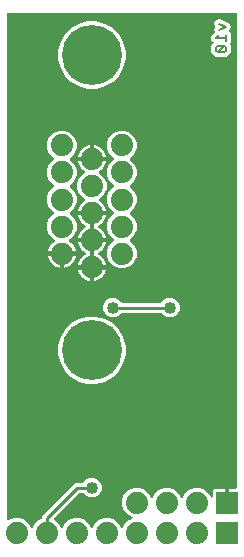
<source format=gbr>
G04 EAGLE Gerber RS-274X export*
G75*
%MOMM*%
%FSLAX34Y34*%
%LPD*%
%INBottom Copper*%
%IPPOS*%
%AMOC8*
5,1,8,0,0,1.08239X$1,22.5*%
G01*
%ADD10C,0.152400*%
%ADD11R,1.879600X1.879600*%
%ADD12C,1.879600*%
%ADD13C,5.080000*%
%ADD14C,0.254000*%
%ADD15C,1.016000*%

G36*
X101715Y16218D02*
X101715Y16218D01*
X101828Y16228D01*
X101855Y16239D01*
X101885Y16243D01*
X101988Y16289D01*
X102093Y16330D01*
X102117Y16348D01*
X102144Y16360D01*
X102230Y16433D01*
X102320Y16502D01*
X102338Y16525D01*
X102360Y16544D01*
X102402Y16611D01*
X102490Y16729D01*
X102512Y16788D01*
X102538Y16829D01*
X103748Y19751D01*
X107249Y23252D01*
X110171Y24462D01*
X110196Y24477D01*
X110224Y24486D01*
X110319Y24549D01*
X110416Y24607D01*
X110436Y24628D01*
X110461Y24644D01*
X110534Y24731D01*
X110611Y24813D01*
X110625Y24839D01*
X110644Y24862D01*
X110690Y24965D01*
X110741Y25066D01*
X110747Y25095D01*
X110759Y25122D01*
X110775Y25234D01*
X110796Y25345D01*
X110794Y25374D01*
X110798Y25403D01*
X110782Y25515D01*
X110772Y25628D01*
X110761Y25655D01*
X110757Y25685D01*
X110711Y25788D01*
X110670Y25893D01*
X110652Y25917D01*
X110640Y25944D01*
X110567Y26030D01*
X110498Y26120D01*
X110475Y26138D01*
X110456Y26160D01*
X110389Y26202D01*
X110271Y26290D01*
X110212Y26312D01*
X110171Y26338D01*
X107249Y27548D01*
X103748Y31049D01*
X101853Y35624D01*
X101853Y40576D01*
X103748Y45151D01*
X107249Y48652D01*
X111824Y50547D01*
X116776Y50547D01*
X121351Y48652D01*
X124852Y45151D01*
X126062Y42229D01*
X126077Y42204D01*
X126086Y42176D01*
X126149Y42081D01*
X126207Y41984D01*
X126228Y41964D01*
X126244Y41939D01*
X126331Y41866D01*
X126413Y41789D01*
X126439Y41775D01*
X126462Y41756D01*
X126565Y41710D01*
X126666Y41659D01*
X126695Y41653D01*
X126722Y41641D01*
X126834Y41625D01*
X126945Y41604D01*
X126974Y41606D01*
X127003Y41602D01*
X127115Y41618D01*
X127228Y41628D01*
X127255Y41639D01*
X127285Y41643D01*
X127388Y41689D01*
X127493Y41730D01*
X127517Y41748D01*
X127544Y41760D01*
X127630Y41833D01*
X127720Y41902D01*
X127738Y41925D01*
X127760Y41944D01*
X127802Y42011D01*
X127890Y42129D01*
X127912Y42188D01*
X127938Y42229D01*
X129148Y45151D01*
X132649Y48652D01*
X137224Y50547D01*
X142176Y50547D01*
X146751Y48652D01*
X150252Y45151D01*
X151462Y42229D01*
X151477Y42204D01*
X151486Y42176D01*
X151549Y42081D01*
X151607Y41984D01*
X151628Y41964D01*
X151644Y41939D01*
X151731Y41866D01*
X151813Y41789D01*
X151839Y41775D01*
X151862Y41756D01*
X151965Y41710D01*
X152066Y41659D01*
X152095Y41653D01*
X152122Y41641D01*
X152234Y41625D01*
X152345Y41604D01*
X152374Y41606D01*
X152403Y41602D01*
X152515Y41618D01*
X152628Y41628D01*
X152655Y41639D01*
X152685Y41643D01*
X152788Y41689D01*
X152893Y41730D01*
X152917Y41748D01*
X152944Y41760D01*
X153030Y41833D01*
X153120Y41902D01*
X153138Y41925D01*
X153160Y41944D01*
X153202Y42011D01*
X153290Y42129D01*
X153312Y42188D01*
X153338Y42229D01*
X154548Y45151D01*
X158049Y48652D01*
X162624Y50547D01*
X167576Y50547D01*
X172151Y48652D01*
X175652Y45151D01*
X176608Y42842D01*
X176652Y42768D01*
X176687Y42690D01*
X176724Y42646D01*
X176753Y42597D01*
X176815Y42538D01*
X176871Y42473D01*
X176918Y42441D01*
X176959Y42402D01*
X177036Y42363D01*
X177107Y42315D01*
X177161Y42298D01*
X177212Y42272D01*
X177296Y42255D01*
X177378Y42229D01*
X177435Y42228D01*
X177491Y42217D01*
X177576Y42224D01*
X177662Y42222D01*
X177717Y42236D01*
X177774Y42241D01*
X177854Y42272D01*
X177937Y42294D01*
X177986Y42323D01*
X178039Y42343D01*
X178108Y42395D01*
X178182Y42439D01*
X178221Y42480D01*
X178266Y42515D01*
X178318Y42584D01*
X178376Y42646D01*
X178402Y42697D01*
X178436Y42742D01*
X178467Y42823D01*
X178506Y42899D01*
X178514Y42948D01*
X178537Y43008D01*
X178548Y43153D01*
X178561Y43230D01*
X178561Y47832D01*
X178734Y48479D01*
X179069Y49058D01*
X179542Y49531D01*
X180121Y49866D01*
X180768Y50039D01*
X188469Y50039D01*
X188469Y39116D01*
X188477Y39058D01*
X188475Y39000D01*
X188497Y38918D01*
X188509Y38835D01*
X188533Y38781D01*
X188547Y38725D01*
X188590Y38652D01*
X188625Y38575D01*
X188663Y38531D01*
X188693Y38480D01*
X188754Y38423D01*
X188809Y38358D01*
X188857Y38326D01*
X188900Y38286D01*
X188975Y38247D01*
X189045Y38201D01*
X189101Y38183D01*
X189153Y38156D01*
X189221Y38145D01*
X189316Y38115D01*
X189416Y38112D01*
X189484Y38101D01*
X191516Y38101D01*
X191574Y38109D01*
X191632Y38108D01*
X191714Y38129D01*
X191797Y38141D01*
X191851Y38165D01*
X191907Y38179D01*
X191980Y38222D01*
X192057Y38257D01*
X192102Y38295D01*
X192152Y38325D01*
X192210Y38386D01*
X192274Y38441D01*
X192306Y38489D01*
X192346Y38532D01*
X192385Y38607D01*
X192431Y38677D01*
X192449Y38733D01*
X192476Y38785D01*
X192487Y38853D01*
X192517Y38948D01*
X192520Y39048D01*
X192531Y39116D01*
X192531Y50039D01*
X197688Y50039D01*
X197746Y50047D01*
X197804Y50045D01*
X197886Y50067D01*
X197970Y50079D01*
X198023Y50102D01*
X198079Y50117D01*
X198152Y50160D01*
X198229Y50195D01*
X198274Y50232D01*
X198324Y50262D01*
X198382Y50324D01*
X198446Y50378D01*
X198479Y50427D01*
X198518Y50469D01*
X198557Y50545D01*
X198604Y50615D01*
X198621Y50671D01*
X198648Y50722D01*
X198659Y50791D01*
X198690Y50886D01*
X198692Y50986D01*
X198704Y51054D01*
X198879Y451866D01*
X198871Y451924D01*
X198872Y451982D01*
X198851Y452064D01*
X198839Y452147D01*
X198815Y452201D01*
X198800Y452257D01*
X198758Y452330D01*
X198723Y452407D01*
X198685Y452451D01*
X198655Y452502D01*
X198594Y452559D01*
X198540Y452624D01*
X198491Y452656D01*
X198448Y452696D01*
X198373Y452735D01*
X198303Y452781D01*
X198247Y452799D01*
X198195Y452826D01*
X198127Y452837D01*
X198032Y452867D01*
X197932Y452870D01*
X197864Y452881D01*
X5334Y452881D01*
X5276Y452873D01*
X5218Y452875D01*
X5136Y452853D01*
X5052Y452841D01*
X4999Y452818D01*
X4943Y452803D01*
X4870Y452760D01*
X4793Y452725D01*
X4748Y452687D01*
X4698Y452658D01*
X4640Y452596D01*
X4576Y452542D01*
X4544Y452493D01*
X4504Y452450D01*
X4465Y452375D01*
X4418Y452305D01*
X4401Y452249D01*
X4374Y452197D01*
X4363Y452129D01*
X4333Y452034D01*
X4330Y451934D01*
X4319Y451866D01*
X4319Y24220D01*
X4335Y24106D01*
X4345Y23992D01*
X4355Y23966D01*
X4359Y23939D01*
X4406Y23834D01*
X4447Y23727D01*
X4463Y23704D01*
X4475Y23679D01*
X4549Y23592D01*
X4618Y23500D01*
X4641Y23483D01*
X4658Y23462D01*
X4754Y23398D01*
X4846Y23330D01*
X4872Y23320D01*
X4895Y23305D01*
X5005Y23270D01*
X5112Y23229D01*
X5140Y23227D01*
X5166Y23219D01*
X5281Y23216D01*
X5395Y23207D01*
X5420Y23212D01*
X5450Y23211D01*
X5707Y23279D01*
X5723Y23282D01*
X10224Y25147D01*
X15176Y25147D01*
X19751Y23252D01*
X23252Y19751D01*
X24462Y16829D01*
X24477Y16804D01*
X24486Y16776D01*
X24549Y16681D01*
X24607Y16584D01*
X24628Y16564D01*
X24644Y16539D01*
X24731Y16466D01*
X24813Y16389D01*
X24839Y16375D01*
X24862Y16356D01*
X24965Y16310D01*
X25066Y16259D01*
X25095Y16253D01*
X25122Y16241D01*
X25234Y16225D01*
X25345Y16204D01*
X25374Y16206D01*
X25403Y16202D01*
X25515Y16218D01*
X25628Y16228D01*
X25655Y16239D01*
X25685Y16243D01*
X25788Y16289D01*
X25893Y16330D01*
X25917Y16348D01*
X25944Y16360D01*
X26030Y16433D01*
X26120Y16502D01*
X26138Y16525D01*
X26160Y16544D01*
X26202Y16611D01*
X26290Y16729D01*
X26312Y16788D01*
X26338Y16829D01*
X27548Y19751D01*
X31049Y23252D01*
X33155Y24124D01*
X33156Y24125D01*
X33157Y24125D01*
X33276Y24195D01*
X33399Y24268D01*
X33400Y24269D01*
X33402Y24270D01*
X33499Y24374D01*
X33595Y24475D01*
X33595Y24476D01*
X33596Y24478D01*
X33661Y24603D01*
X33725Y24728D01*
X33725Y24729D01*
X33726Y24731D01*
X33728Y24746D01*
X33780Y25007D01*
X33777Y25037D01*
X33781Y25062D01*
X33781Y27189D01*
X61711Y55119D01*
X68602Y55119D01*
X68689Y55131D01*
X68776Y55134D01*
X68829Y55151D01*
X68884Y55159D01*
X68964Y55194D01*
X69047Y55221D01*
X69086Y55249D01*
X69143Y55275D01*
X69257Y55371D01*
X69320Y55416D01*
X71595Y57691D01*
X74583Y58929D01*
X77817Y58929D01*
X80805Y57691D01*
X83091Y55405D01*
X84329Y52417D01*
X84329Y49183D01*
X83091Y46195D01*
X80805Y43909D01*
X77817Y42671D01*
X74583Y42671D01*
X71595Y43909D01*
X69320Y46184D01*
X69251Y46236D01*
X69187Y46296D01*
X69137Y46322D01*
X69093Y46355D01*
X69011Y46386D01*
X68933Y46426D01*
X68886Y46434D01*
X68827Y46456D01*
X68680Y46468D01*
X68602Y46481D01*
X65709Y46481D01*
X65623Y46469D01*
X65535Y46466D01*
X65483Y46449D01*
X65428Y46441D01*
X65348Y46406D01*
X65265Y46379D01*
X65226Y46351D01*
X65169Y46325D01*
X65055Y46229D01*
X64992Y46184D01*
X44039Y25232D01*
X43970Y25140D01*
X43896Y25052D01*
X43885Y25026D01*
X43868Y25004D01*
X43827Y24897D01*
X43781Y24792D01*
X43777Y24765D01*
X43767Y24739D01*
X43758Y24624D01*
X43742Y24511D01*
X43746Y24483D01*
X43744Y24455D01*
X43766Y24343D01*
X43783Y24229D01*
X43794Y24204D01*
X43799Y24177D01*
X43852Y24075D01*
X43900Y23970D01*
X43918Y23949D01*
X43930Y23924D01*
X44009Y23841D01*
X44084Y23754D01*
X44105Y23740D01*
X44126Y23718D01*
X44356Y23584D01*
X44369Y23576D01*
X45151Y23252D01*
X48652Y19751D01*
X49862Y16829D01*
X49877Y16804D01*
X49886Y16776D01*
X49949Y16681D01*
X50007Y16584D01*
X50028Y16564D01*
X50044Y16539D01*
X50131Y16466D01*
X50213Y16389D01*
X50239Y16375D01*
X50262Y16356D01*
X50365Y16310D01*
X50466Y16259D01*
X50495Y16253D01*
X50522Y16241D01*
X50634Y16225D01*
X50745Y16204D01*
X50774Y16206D01*
X50803Y16202D01*
X50915Y16218D01*
X51028Y16228D01*
X51055Y16239D01*
X51085Y16243D01*
X51188Y16289D01*
X51293Y16330D01*
X51317Y16348D01*
X51344Y16360D01*
X51430Y16433D01*
X51520Y16502D01*
X51538Y16525D01*
X51560Y16544D01*
X51602Y16611D01*
X51690Y16729D01*
X51712Y16788D01*
X51738Y16829D01*
X52948Y19751D01*
X56449Y23252D01*
X61024Y25147D01*
X65976Y25147D01*
X70551Y23252D01*
X74052Y19751D01*
X75262Y16829D01*
X75277Y16804D01*
X75286Y16776D01*
X75349Y16681D01*
X75407Y16584D01*
X75428Y16564D01*
X75444Y16539D01*
X75531Y16466D01*
X75613Y16389D01*
X75639Y16375D01*
X75662Y16356D01*
X75765Y16310D01*
X75866Y16259D01*
X75895Y16253D01*
X75922Y16241D01*
X76034Y16225D01*
X76145Y16204D01*
X76174Y16206D01*
X76203Y16202D01*
X76315Y16218D01*
X76428Y16228D01*
X76455Y16239D01*
X76485Y16243D01*
X76588Y16289D01*
X76693Y16330D01*
X76717Y16348D01*
X76744Y16360D01*
X76830Y16433D01*
X76920Y16502D01*
X76938Y16525D01*
X76960Y16544D01*
X77002Y16611D01*
X77090Y16729D01*
X77112Y16788D01*
X77138Y16829D01*
X78348Y19751D01*
X81849Y23252D01*
X86424Y25147D01*
X91376Y25147D01*
X95951Y23252D01*
X99452Y19751D01*
X100662Y16829D01*
X100677Y16804D01*
X100686Y16776D01*
X100749Y16681D01*
X100807Y16584D01*
X100828Y16564D01*
X100844Y16539D01*
X100931Y16466D01*
X101013Y16389D01*
X101039Y16375D01*
X101062Y16356D01*
X101165Y16310D01*
X101266Y16259D01*
X101295Y16253D01*
X101322Y16241D01*
X101434Y16225D01*
X101545Y16204D01*
X101574Y16206D01*
X101603Y16202D01*
X101715Y16218D01*
G37*
%LPC*%
G36*
X72455Y388651D02*
X72455Y388651D01*
X65219Y390590D01*
X58732Y394335D01*
X53435Y399632D01*
X49690Y406119D01*
X47751Y413355D01*
X47751Y420845D01*
X49690Y428081D01*
X53435Y434568D01*
X58732Y439865D01*
X65219Y443610D01*
X72455Y445549D01*
X79945Y445549D01*
X87181Y443610D01*
X93668Y439865D01*
X98965Y434568D01*
X102710Y428081D01*
X104649Y420845D01*
X104649Y413355D01*
X102710Y406119D01*
X98965Y399632D01*
X93668Y394335D01*
X87181Y390590D01*
X79945Y388651D01*
X72455Y388651D01*
G37*
%LPD*%
%LPC*%
G36*
X72455Y138651D02*
X72455Y138651D01*
X65219Y140590D01*
X58732Y144335D01*
X53435Y149632D01*
X49690Y156119D01*
X47751Y163355D01*
X47751Y170845D01*
X49690Y178081D01*
X53435Y184568D01*
X58732Y189865D01*
X65219Y193610D01*
X72455Y195549D01*
X79945Y195549D01*
X87181Y193610D01*
X93668Y189865D01*
X98965Y184568D01*
X102710Y178081D01*
X104649Y170845D01*
X104649Y163355D01*
X102710Y156119D01*
X98965Y149632D01*
X93668Y144335D01*
X87181Y140590D01*
X79945Y138651D01*
X72455Y138651D01*
G37*
%LPD*%
%LPC*%
G36*
X99124Y236453D02*
X99124Y236453D01*
X94549Y238348D01*
X91048Y241849D01*
X89153Y246424D01*
X89153Y251376D01*
X91048Y255951D01*
X94588Y259490D01*
X94600Y259499D01*
X94698Y259556D01*
X94718Y259578D01*
X94743Y259594D01*
X94816Y259681D01*
X94893Y259763D01*
X94907Y259789D01*
X94926Y259812D01*
X94972Y259915D01*
X95024Y260016D01*
X95029Y260045D01*
X95041Y260072D01*
X95057Y260183D01*
X95079Y260295D01*
X95076Y260324D01*
X95080Y260353D01*
X95064Y260465D01*
X95054Y260578D01*
X95044Y260605D01*
X95039Y260634D01*
X94993Y260738D01*
X94952Y260843D01*
X94935Y260867D01*
X94922Y260894D01*
X94849Y260980D01*
X94781Y261070D01*
X94757Y261088D01*
X94738Y261110D01*
X94672Y261152D01*
X94570Y261227D01*
X91048Y264749D01*
X89153Y269324D01*
X89153Y274276D01*
X91048Y278851D01*
X94588Y282390D01*
X94600Y282399D01*
X94698Y282456D01*
X94718Y282478D01*
X94743Y282494D01*
X94816Y282581D01*
X94893Y282663D01*
X94907Y282689D01*
X94926Y282712D01*
X94972Y282815D01*
X95024Y282916D01*
X95029Y282945D01*
X95041Y282972D01*
X95057Y283083D01*
X95079Y283195D01*
X95076Y283224D01*
X95080Y283253D01*
X95064Y283365D01*
X95054Y283478D01*
X95044Y283505D01*
X95039Y283534D01*
X94993Y283638D01*
X94952Y283743D01*
X94935Y283767D01*
X94922Y283794D01*
X94849Y283880D01*
X94781Y283970D01*
X94757Y283988D01*
X94738Y284010D01*
X94672Y284052D01*
X94570Y284127D01*
X91048Y287649D01*
X89153Y292224D01*
X89153Y297176D01*
X91048Y301751D01*
X94588Y305290D01*
X94600Y305299D01*
X94698Y305356D01*
X94718Y305378D01*
X94743Y305394D01*
X94816Y305481D01*
X94893Y305563D01*
X94907Y305589D01*
X94926Y305612D01*
X94972Y305715D01*
X95024Y305816D01*
X95029Y305845D01*
X95041Y305872D01*
X95057Y305983D01*
X95079Y306095D01*
X95076Y306124D01*
X95080Y306153D01*
X95064Y306265D01*
X95054Y306378D01*
X95044Y306405D01*
X95039Y306434D01*
X94993Y306538D01*
X94952Y306643D01*
X94935Y306667D01*
X94922Y306694D01*
X94849Y306780D01*
X94781Y306870D01*
X94757Y306888D01*
X94738Y306910D01*
X94672Y306952D01*
X94570Y307027D01*
X91048Y310549D01*
X89153Y315124D01*
X89153Y320076D01*
X91048Y324651D01*
X94588Y328190D01*
X94600Y328199D01*
X94698Y328256D01*
X94718Y328278D01*
X94743Y328294D01*
X94816Y328381D01*
X94893Y328463D01*
X94907Y328489D01*
X94926Y328512D01*
X94972Y328615D01*
X95024Y328716D01*
X95029Y328745D01*
X95041Y328772D01*
X95057Y328883D01*
X95079Y328995D01*
X95076Y329024D01*
X95080Y329053D01*
X95064Y329165D01*
X95054Y329278D01*
X95044Y329305D01*
X95039Y329334D01*
X94993Y329438D01*
X94952Y329543D01*
X94935Y329567D01*
X94922Y329594D01*
X94849Y329680D01*
X94781Y329770D01*
X94757Y329788D01*
X94738Y329810D01*
X94672Y329852D01*
X94570Y329927D01*
X91048Y333449D01*
X89153Y338024D01*
X89153Y342976D01*
X91048Y347551D01*
X94549Y351052D01*
X99124Y352947D01*
X104076Y352947D01*
X108651Y351052D01*
X112152Y347551D01*
X114047Y342976D01*
X114047Y338024D01*
X112152Y333449D01*
X108612Y329909D01*
X108599Y329901D01*
X108502Y329843D01*
X108482Y329822D01*
X108457Y329806D01*
X108384Y329719D01*
X108307Y329637D01*
X108293Y329610D01*
X108274Y329588D01*
X108228Y329485D01*
X108176Y329384D01*
X108171Y329355D01*
X108159Y329328D01*
X108143Y329216D01*
X108121Y329105D01*
X108124Y329076D01*
X108120Y329047D01*
X108136Y328934D01*
X108146Y328822D01*
X108156Y328794D01*
X108161Y328765D01*
X108207Y328662D01*
X108248Y328557D01*
X108266Y328533D01*
X108278Y328506D01*
X108351Y328420D01*
X108419Y328330D01*
X108443Y328312D01*
X108462Y328290D01*
X108529Y328248D01*
X108630Y328173D01*
X112152Y324651D01*
X114047Y320076D01*
X114047Y315124D01*
X112152Y310549D01*
X108612Y307009D01*
X108599Y307001D01*
X108502Y306943D01*
X108482Y306922D01*
X108457Y306906D01*
X108384Y306819D01*
X108307Y306737D01*
X108293Y306710D01*
X108274Y306688D01*
X108228Y306585D01*
X108176Y306484D01*
X108171Y306455D01*
X108159Y306428D01*
X108143Y306316D01*
X108121Y306205D01*
X108124Y306176D01*
X108120Y306147D01*
X108136Y306034D01*
X108146Y305922D01*
X108156Y305894D01*
X108161Y305865D01*
X108207Y305762D01*
X108248Y305657D01*
X108266Y305633D01*
X108278Y305606D01*
X108351Y305520D01*
X108419Y305430D01*
X108443Y305412D01*
X108462Y305390D01*
X108529Y305348D01*
X108630Y305273D01*
X112152Y301751D01*
X114047Y297176D01*
X114047Y292224D01*
X112152Y287649D01*
X108612Y284109D01*
X108599Y284101D01*
X108502Y284043D01*
X108482Y284022D01*
X108457Y284006D01*
X108384Y283919D01*
X108307Y283837D01*
X108293Y283810D01*
X108274Y283788D01*
X108228Y283685D01*
X108176Y283584D01*
X108171Y283555D01*
X108159Y283528D01*
X108143Y283416D01*
X108121Y283305D01*
X108124Y283276D01*
X108120Y283247D01*
X108136Y283134D01*
X108146Y283022D01*
X108156Y282994D01*
X108161Y282965D01*
X108207Y282862D01*
X108248Y282757D01*
X108266Y282733D01*
X108278Y282706D01*
X108351Y282620D01*
X108419Y282530D01*
X108443Y282512D01*
X108462Y282490D01*
X108529Y282448D01*
X108630Y282373D01*
X112152Y278851D01*
X114047Y274276D01*
X114047Y269324D01*
X112152Y264749D01*
X108612Y261209D01*
X108599Y261201D01*
X108502Y261143D01*
X108482Y261122D01*
X108457Y261106D01*
X108384Y261019D01*
X108307Y260937D01*
X108293Y260910D01*
X108274Y260888D01*
X108228Y260785D01*
X108176Y260684D01*
X108171Y260655D01*
X108159Y260628D01*
X108143Y260516D01*
X108121Y260405D01*
X108124Y260376D01*
X108120Y260347D01*
X108136Y260234D01*
X108146Y260122D01*
X108156Y260094D01*
X108161Y260065D01*
X108207Y259962D01*
X108248Y259857D01*
X108266Y259833D01*
X108278Y259806D01*
X108351Y259720D01*
X108419Y259630D01*
X108443Y259612D01*
X108462Y259590D01*
X108529Y259548D01*
X108630Y259473D01*
X112152Y255951D01*
X114047Y251376D01*
X114047Y246424D01*
X112152Y241849D01*
X108651Y238348D01*
X104076Y236453D01*
X99124Y236453D01*
G37*
%LPD*%
%LPC*%
G36*
X50799Y248899D02*
X50799Y248899D01*
X50799Y249916D01*
X50791Y249974D01*
X50792Y250032D01*
X50771Y250114D01*
X50759Y250197D01*
X50735Y250251D01*
X50721Y250307D01*
X50678Y250380D01*
X50643Y250457D01*
X50605Y250502D01*
X50575Y250552D01*
X50514Y250610D01*
X50459Y250674D01*
X50411Y250706D01*
X50368Y250746D01*
X50293Y250785D01*
X50223Y250831D01*
X50167Y250849D01*
X50115Y250876D01*
X50047Y250887D01*
X49952Y250917D01*
X49852Y250920D01*
X49784Y250931D01*
X39034Y250931D01*
X39155Y251696D01*
X39736Y253483D01*
X40589Y255157D01*
X41694Y256678D01*
X43022Y258006D01*
X44575Y259134D01*
X44646Y259184D01*
X44755Y259258D01*
X44762Y259266D01*
X44771Y259272D01*
X44853Y259374D01*
X44938Y259475D01*
X44943Y259485D01*
X44949Y259493D01*
X45000Y259614D01*
X45054Y259735D01*
X45055Y259745D01*
X45060Y259755D01*
X45075Y259886D01*
X45093Y260017D01*
X45091Y260027D01*
X45093Y260038D01*
X45071Y260167D01*
X45052Y260298D01*
X45048Y260308D01*
X45046Y260318D01*
X44989Y260437D01*
X44935Y260557D01*
X44928Y260565D01*
X44924Y260575D01*
X44836Y260673D01*
X44751Y260773D01*
X44743Y260779D01*
X44735Y260787D01*
X44495Y260939D01*
X44478Y260944D01*
X44466Y260951D01*
X43749Y261248D01*
X40248Y264749D01*
X38353Y269324D01*
X38353Y274276D01*
X40248Y278851D01*
X43788Y282390D01*
X43800Y282399D01*
X43898Y282456D01*
X43918Y282478D01*
X43943Y282494D01*
X44016Y282581D01*
X44093Y282663D01*
X44107Y282689D01*
X44126Y282712D01*
X44172Y282815D01*
X44224Y282916D01*
X44229Y282945D01*
X44241Y282972D01*
X44257Y283083D01*
X44279Y283195D01*
X44276Y283224D01*
X44280Y283253D01*
X44264Y283365D01*
X44254Y283478D01*
X44244Y283505D01*
X44239Y283534D01*
X44193Y283638D01*
X44152Y283743D01*
X44135Y283767D01*
X44122Y283794D01*
X44049Y283880D01*
X43981Y283970D01*
X43957Y283988D01*
X43938Y284010D01*
X43872Y284052D01*
X43770Y284127D01*
X40248Y287649D01*
X38353Y292224D01*
X38353Y297176D01*
X40248Y301751D01*
X43788Y305290D01*
X43800Y305299D01*
X43898Y305356D01*
X43918Y305378D01*
X43943Y305394D01*
X44016Y305481D01*
X44093Y305563D01*
X44107Y305589D01*
X44126Y305612D01*
X44172Y305715D01*
X44224Y305816D01*
X44229Y305845D01*
X44241Y305872D01*
X44257Y305983D01*
X44279Y306095D01*
X44276Y306124D01*
X44280Y306153D01*
X44264Y306265D01*
X44254Y306378D01*
X44244Y306405D01*
X44239Y306434D01*
X44193Y306538D01*
X44152Y306643D01*
X44135Y306667D01*
X44122Y306694D01*
X44049Y306780D01*
X43981Y306870D01*
X43957Y306888D01*
X43938Y306910D01*
X43872Y306952D01*
X43770Y307027D01*
X40248Y310549D01*
X38353Y315124D01*
X38353Y320076D01*
X40248Y324651D01*
X43788Y328190D01*
X43800Y328199D01*
X43898Y328256D01*
X43918Y328278D01*
X43943Y328294D01*
X44016Y328381D01*
X44093Y328463D01*
X44107Y328489D01*
X44126Y328512D01*
X44172Y328615D01*
X44224Y328716D01*
X44229Y328745D01*
X44241Y328772D01*
X44257Y328883D01*
X44279Y328995D01*
X44276Y329024D01*
X44280Y329053D01*
X44264Y329165D01*
X44254Y329278D01*
X44244Y329305D01*
X44239Y329334D01*
X44193Y329438D01*
X44152Y329543D01*
X44135Y329567D01*
X44122Y329594D01*
X44049Y329680D01*
X43981Y329770D01*
X43957Y329788D01*
X43938Y329810D01*
X43872Y329852D01*
X43770Y329927D01*
X40248Y333449D01*
X38353Y338024D01*
X38353Y342976D01*
X40248Y347551D01*
X43749Y351052D01*
X48324Y352947D01*
X53276Y352947D01*
X57851Y351052D01*
X61352Y347551D01*
X63247Y342976D01*
X63247Y338024D01*
X61352Y333449D01*
X57812Y329909D01*
X57799Y329901D01*
X57702Y329843D01*
X57682Y329822D01*
X57657Y329806D01*
X57584Y329719D01*
X57507Y329637D01*
X57493Y329610D01*
X57474Y329588D01*
X57428Y329485D01*
X57376Y329384D01*
X57371Y329355D01*
X57359Y329328D01*
X57343Y329216D01*
X57321Y329105D01*
X57324Y329076D01*
X57320Y329047D01*
X57336Y328934D01*
X57346Y328822D01*
X57356Y328794D01*
X57361Y328765D01*
X57407Y328662D01*
X57448Y328557D01*
X57466Y328533D01*
X57478Y328506D01*
X57551Y328420D01*
X57619Y328330D01*
X57643Y328312D01*
X57662Y328290D01*
X57729Y328248D01*
X57830Y328173D01*
X61352Y324651D01*
X63247Y320076D01*
X63247Y315124D01*
X61352Y310549D01*
X57812Y307009D01*
X57799Y307001D01*
X57702Y306943D01*
X57682Y306922D01*
X57657Y306906D01*
X57584Y306819D01*
X57507Y306737D01*
X57493Y306710D01*
X57474Y306688D01*
X57428Y306585D01*
X57376Y306484D01*
X57371Y306455D01*
X57359Y306428D01*
X57343Y306316D01*
X57321Y306205D01*
X57324Y306176D01*
X57320Y306147D01*
X57336Y306034D01*
X57346Y305922D01*
X57356Y305894D01*
X57361Y305865D01*
X57407Y305762D01*
X57448Y305657D01*
X57466Y305633D01*
X57478Y305606D01*
X57551Y305520D01*
X57619Y305430D01*
X57643Y305412D01*
X57662Y305390D01*
X57729Y305348D01*
X57830Y305273D01*
X61352Y301751D01*
X63247Y297176D01*
X63247Y292224D01*
X61352Y287649D01*
X57812Y284109D01*
X57799Y284101D01*
X57702Y284043D01*
X57682Y284022D01*
X57657Y284006D01*
X57584Y283919D01*
X57507Y283837D01*
X57493Y283810D01*
X57474Y283788D01*
X57428Y283685D01*
X57376Y283584D01*
X57371Y283555D01*
X57359Y283528D01*
X57343Y283416D01*
X57321Y283305D01*
X57324Y283276D01*
X57320Y283247D01*
X57336Y283134D01*
X57346Y283022D01*
X57356Y282994D01*
X57361Y282965D01*
X57407Y282862D01*
X57448Y282757D01*
X57466Y282733D01*
X57478Y282706D01*
X57551Y282620D01*
X57619Y282530D01*
X57643Y282512D01*
X57662Y282490D01*
X57729Y282448D01*
X57830Y282373D01*
X61352Y278851D01*
X63247Y274276D01*
X63247Y269324D01*
X61352Y264749D01*
X57851Y261248D01*
X57134Y260951D01*
X57021Y260885D01*
X56906Y260820D01*
X56898Y260812D01*
X56889Y260807D01*
X56799Y260711D01*
X56706Y260617D01*
X56701Y260608D01*
X56694Y260600D01*
X56633Y260483D01*
X56571Y260367D01*
X56569Y260357D01*
X56564Y260347D01*
X56538Y260217D01*
X56510Y260090D01*
X56511Y260079D01*
X56509Y260069D01*
X56520Y259937D01*
X56529Y259806D01*
X56532Y259796D01*
X56533Y259785D01*
X56580Y259662D01*
X56625Y259538D01*
X56631Y259530D01*
X56635Y259520D01*
X56715Y259414D01*
X56792Y259308D01*
X56800Y259303D01*
X56807Y259293D01*
X57034Y259123D01*
X57047Y259118D01*
X58578Y258006D01*
X59906Y256678D01*
X61011Y255157D01*
X61864Y253483D01*
X62445Y251696D01*
X62566Y250931D01*
X51816Y250931D01*
X51758Y250923D01*
X51700Y250925D01*
X51618Y250903D01*
X51535Y250891D01*
X51481Y250867D01*
X51425Y250853D01*
X51352Y250810D01*
X51275Y250775D01*
X51231Y250737D01*
X51180Y250707D01*
X51123Y250646D01*
X51058Y250591D01*
X51026Y250543D01*
X50986Y250500D01*
X50947Y250425D01*
X50901Y250355D01*
X50883Y250299D01*
X50856Y250247D01*
X50845Y250179D01*
X50815Y250084D01*
X50812Y249984D01*
X50801Y249916D01*
X50801Y248899D01*
X50799Y248899D01*
G37*
%LPD*%
%LPC*%
G36*
X76199Y283299D02*
X76199Y283299D01*
X76199Y284316D01*
X76191Y284374D01*
X76192Y284432D01*
X76171Y284514D01*
X76159Y284597D01*
X76135Y284651D01*
X76121Y284707D01*
X76078Y284780D01*
X76043Y284857D01*
X76005Y284902D01*
X75975Y284952D01*
X75914Y285010D01*
X75859Y285074D01*
X75811Y285106D01*
X75768Y285146D01*
X75693Y285185D01*
X75623Y285231D01*
X75567Y285249D01*
X75515Y285276D01*
X75447Y285287D01*
X75352Y285317D01*
X75252Y285320D01*
X75184Y285331D01*
X64434Y285331D01*
X64555Y286096D01*
X65136Y287883D01*
X65989Y289557D01*
X67094Y291078D01*
X68422Y292406D01*
X69975Y293534D01*
X70046Y293584D01*
X70155Y293658D01*
X70162Y293666D01*
X70171Y293672D01*
X70253Y293774D01*
X70338Y293875D01*
X70343Y293885D01*
X70349Y293893D01*
X70400Y294014D01*
X70454Y294135D01*
X70455Y294145D01*
X70460Y294155D01*
X70475Y294286D01*
X70493Y294417D01*
X70491Y294427D01*
X70493Y294438D01*
X70471Y294567D01*
X70452Y294698D01*
X70448Y294708D01*
X70446Y294718D01*
X70389Y294837D01*
X70335Y294957D01*
X70328Y294965D01*
X70324Y294975D01*
X70236Y295073D01*
X70151Y295173D01*
X70143Y295179D01*
X70135Y295187D01*
X69895Y295339D01*
X69878Y295344D01*
X69866Y295351D01*
X69149Y295648D01*
X65648Y299149D01*
X63753Y303724D01*
X63753Y308676D01*
X65648Y313251D01*
X69149Y316752D01*
X69866Y317049D01*
X69979Y317115D01*
X70094Y317180D01*
X70102Y317188D01*
X70111Y317193D01*
X70201Y317289D01*
X70294Y317383D01*
X70299Y317392D01*
X70306Y317400D01*
X70367Y317517D01*
X70429Y317633D01*
X70431Y317643D01*
X70436Y317653D01*
X70462Y317783D01*
X70490Y317910D01*
X70489Y317921D01*
X70491Y317931D01*
X70480Y318063D01*
X70471Y318194D01*
X70468Y318204D01*
X70467Y318215D01*
X70420Y318338D01*
X70375Y318462D01*
X70369Y318470D01*
X70365Y318480D01*
X70285Y318586D01*
X70208Y318692D01*
X70200Y318697D01*
X70193Y318707D01*
X69966Y318877D01*
X69953Y318882D01*
X68422Y319994D01*
X67094Y321322D01*
X65989Y322843D01*
X65136Y324517D01*
X64555Y326304D01*
X64434Y327069D01*
X75184Y327069D01*
X75242Y327077D01*
X75300Y327075D01*
X75382Y327097D01*
X75465Y327109D01*
X75519Y327133D01*
X75575Y327147D01*
X75648Y327190D01*
X75725Y327225D01*
X75769Y327263D01*
X75820Y327293D01*
X75877Y327354D01*
X75942Y327409D01*
X75974Y327457D01*
X76014Y327500D01*
X76053Y327575D01*
X76099Y327645D01*
X76117Y327701D01*
X76144Y327753D01*
X76155Y327821D01*
X76185Y327916D01*
X76188Y328016D01*
X76199Y328084D01*
X76199Y329101D01*
X76201Y329101D01*
X76201Y328084D01*
X76209Y328026D01*
X76208Y327968D01*
X76229Y327886D01*
X76241Y327803D01*
X76265Y327749D01*
X76279Y327693D01*
X76322Y327620D01*
X76357Y327543D01*
X76395Y327498D01*
X76425Y327448D01*
X76486Y327390D01*
X76541Y327326D01*
X76589Y327294D01*
X76632Y327254D01*
X76707Y327215D01*
X76777Y327169D01*
X76833Y327151D01*
X76885Y327124D01*
X76953Y327113D01*
X77048Y327083D01*
X77148Y327080D01*
X77216Y327069D01*
X87966Y327069D01*
X87845Y326304D01*
X87264Y324517D01*
X86411Y322843D01*
X85306Y321322D01*
X83978Y319994D01*
X82425Y318866D01*
X82354Y318816D01*
X82245Y318742D01*
X82238Y318734D01*
X82229Y318728D01*
X82146Y318626D01*
X82062Y318525D01*
X82057Y318515D01*
X82051Y318507D01*
X82000Y318386D01*
X81946Y318265D01*
X81945Y318255D01*
X81940Y318245D01*
X81925Y318114D01*
X81907Y317983D01*
X81909Y317973D01*
X81907Y317962D01*
X81929Y317833D01*
X81948Y317702D01*
X81952Y317692D01*
X81954Y317682D01*
X82011Y317563D01*
X82065Y317443D01*
X82072Y317435D01*
X82076Y317425D01*
X82164Y317327D01*
X82249Y317227D01*
X82257Y317221D01*
X82265Y317213D01*
X82505Y317061D01*
X82522Y317056D01*
X82534Y317049D01*
X83251Y316752D01*
X86752Y313251D01*
X88647Y308676D01*
X88647Y303724D01*
X86752Y299149D01*
X83251Y295648D01*
X82534Y295351D01*
X82421Y295285D01*
X82306Y295220D01*
X82298Y295212D01*
X82289Y295207D01*
X82199Y295111D01*
X82106Y295017D01*
X82101Y295008D01*
X82094Y295000D01*
X82033Y294883D01*
X81971Y294767D01*
X81969Y294757D01*
X81964Y294747D01*
X81938Y294617D01*
X81910Y294490D01*
X81911Y294479D01*
X81909Y294469D01*
X81920Y294337D01*
X81929Y294206D01*
X81932Y294196D01*
X81933Y294185D01*
X81980Y294062D01*
X82025Y293938D01*
X82031Y293930D01*
X82035Y293920D01*
X82115Y293814D01*
X82192Y293708D01*
X82200Y293703D01*
X82207Y293693D01*
X82434Y293523D01*
X82447Y293518D01*
X83978Y292406D01*
X85306Y291078D01*
X86411Y289557D01*
X87264Y287883D01*
X87845Y286096D01*
X87966Y285331D01*
X77216Y285331D01*
X77158Y285323D01*
X77100Y285325D01*
X77018Y285303D01*
X76935Y285291D01*
X76881Y285267D01*
X76825Y285253D01*
X76752Y285210D01*
X76675Y285175D01*
X76631Y285137D01*
X76580Y285107D01*
X76523Y285046D01*
X76458Y284991D01*
X76426Y284943D01*
X76386Y284900D01*
X76347Y284825D01*
X76301Y284755D01*
X76283Y284699D01*
X76256Y284647D01*
X76245Y284579D01*
X76215Y284484D01*
X76212Y284384D01*
X76201Y284316D01*
X76201Y283299D01*
X76199Y283299D01*
G37*
%LPD*%
%LPC*%
G36*
X92363Y195071D02*
X92363Y195071D01*
X89375Y196309D01*
X87089Y198595D01*
X85851Y201583D01*
X85851Y204817D01*
X87089Y207805D01*
X89375Y210091D01*
X92363Y211329D01*
X95597Y211329D01*
X98585Y210091D01*
X100860Y207816D01*
X100929Y207764D01*
X100993Y207704D01*
X101043Y207678D01*
X101087Y207645D01*
X101169Y207614D01*
X101247Y207574D01*
X101294Y207566D01*
X101353Y207544D01*
X101500Y207532D01*
X101578Y207519D01*
X134642Y207519D01*
X134729Y207531D01*
X134816Y207534D01*
X134869Y207551D01*
X134924Y207559D01*
X135004Y207594D01*
X135087Y207621D01*
X135126Y207649D01*
X135183Y207675D01*
X135297Y207771D01*
X135360Y207816D01*
X137635Y210091D01*
X140623Y211329D01*
X143857Y211329D01*
X146845Y210091D01*
X149131Y207805D01*
X150369Y204817D01*
X150369Y201583D01*
X149131Y198595D01*
X146845Y196309D01*
X143857Y195071D01*
X140623Y195071D01*
X137635Y196309D01*
X135360Y198584D01*
X135291Y198636D01*
X135227Y198696D01*
X135177Y198722D01*
X135133Y198755D01*
X135051Y198786D01*
X134973Y198826D01*
X134926Y198834D01*
X134867Y198856D01*
X134720Y198868D01*
X134642Y198881D01*
X101578Y198881D01*
X101491Y198869D01*
X101404Y198866D01*
X101351Y198849D01*
X101296Y198841D01*
X101216Y198806D01*
X101133Y198779D01*
X101094Y198751D01*
X101037Y198725D01*
X100923Y198629D01*
X100860Y198584D01*
X98585Y196309D01*
X95597Y195071D01*
X92363Y195071D01*
G37*
%LPD*%
%LPC*%
G36*
X180957Y415455D02*
X180957Y415455D01*
X178427Y417984D01*
X177284Y419127D01*
X177284Y425166D01*
X178945Y426827D01*
X178980Y426873D01*
X179022Y426914D01*
X179065Y426986D01*
X179116Y427054D01*
X179137Y427108D01*
X179166Y427159D01*
X179187Y427240D01*
X179217Y427319D01*
X179222Y427378D01*
X179236Y427434D01*
X179234Y427519D01*
X179241Y427603D01*
X179229Y427660D01*
X179227Y427718D01*
X179201Y427799D01*
X179185Y427881D01*
X179158Y427933D01*
X179140Y427989D01*
X179100Y428045D01*
X179054Y428134D01*
X178985Y428206D01*
X178945Y428262D01*
X177284Y429923D01*
X177284Y433080D01*
X179813Y435610D01*
X180019Y435815D01*
X180031Y435831D01*
X180041Y435840D01*
X180050Y435852D01*
X180070Y435871D01*
X180127Y435959D01*
X180190Y436043D01*
X180204Y436078D01*
X180224Y436110D01*
X180254Y436210D01*
X180291Y436308D01*
X180294Y436346D01*
X180305Y436382D01*
X180306Y436487D01*
X180315Y436592D01*
X180308Y436629D01*
X180308Y436666D01*
X180285Y436741D01*
X180259Y436870D01*
X180225Y436935D01*
X180209Y436987D01*
X179861Y437683D01*
X180812Y440536D01*
X180815Y440551D01*
X180822Y440565D01*
X180841Y440691D01*
X180864Y440815D01*
X180862Y440831D01*
X180864Y440846D01*
X180854Y440914D01*
X180835Y441098D01*
X180818Y441141D01*
X180812Y441178D01*
X179861Y444030D01*
X181273Y446854D01*
X184268Y447852D01*
X191135Y444419D01*
X191215Y444392D01*
X191268Y444364D01*
X192441Y443973D01*
X192517Y443870D01*
X192588Y443766D01*
X192600Y443756D01*
X192610Y443744D01*
X192665Y443703D01*
X192808Y443586D01*
X192851Y443568D01*
X193245Y442387D01*
X193282Y442313D01*
X193300Y442254D01*
X193853Y441149D01*
X193853Y441148D01*
X193834Y441023D01*
X193811Y440898D01*
X193812Y440883D01*
X193810Y440867D01*
X193820Y440800D01*
X193839Y440615D01*
X193856Y440572D01*
X193300Y439459D01*
X193273Y439380D01*
X193245Y439326D01*
X192820Y438052D01*
X192774Y438008D01*
X192741Y437953D01*
X192701Y437903D01*
X192670Y437831D01*
X192630Y437762D01*
X192614Y437701D01*
X192589Y437642D01*
X192579Y437563D01*
X192560Y437487D01*
X192562Y437423D01*
X192554Y437360D01*
X192566Y437282D01*
X192569Y437203D01*
X192588Y437142D01*
X192598Y437079D01*
X192632Y437008D01*
X192656Y436932D01*
X192688Y436888D01*
X192719Y436822D01*
X192806Y436722D01*
X192851Y436659D01*
X193549Y435961D01*
X193549Y427042D01*
X193328Y426822D01*
X193293Y426775D01*
X193251Y426735D01*
X193208Y426662D01*
X193157Y426595D01*
X193137Y426540D01*
X193107Y426489D01*
X193086Y426408D01*
X193056Y426329D01*
X193051Y426270D01*
X193037Y426214D01*
X193040Y426130D01*
X193033Y426046D01*
X193044Y425988D01*
X193046Y425930D01*
X193072Y425850D01*
X193089Y425767D01*
X193115Y425715D01*
X193133Y425659D01*
X193173Y425603D01*
X193219Y425515D01*
X193288Y425442D01*
X193328Y425386D01*
X193549Y425166D01*
X193549Y419127D01*
X189876Y415455D01*
X180957Y415455D01*
G37*
%LPD*%
%LPC*%
G36*
X78231Y239531D02*
X78231Y239531D01*
X78231Y258369D01*
X87966Y258369D01*
X87845Y257604D01*
X87264Y255817D01*
X86411Y254143D01*
X85306Y252622D01*
X83978Y251294D01*
X82457Y250189D01*
X81801Y249855D01*
X81725Y249802D01*
X81645Y249757D01*
X81610Y249721D01*
X81568Y249691D01*
X81510Y249620D01*
X81446Y249554D01*
X81422Y249509D01*
X81390Y249470D01*
X81354Y249385D01*
X81310Y249304D01*
X81299Y249255D01*
X81280Y249208D01*
X81269Y249117D01*
X81249Y249026D01*
X81253Y248976D01*
X81247Y248925D01*
X81262Y248835D01*
X81268Y248743D01*
X81285Y248695D01*
X81293Y248645D01*
X81333Y248562D01*
X81364Y248475D01*
X81394Y248434D01*
X81416Y248388D01*
X81477Y248320D01*
X81531Y248245D01*
X81567Y248219D01*
X81605Y248176D01*
X81739Y248091D01*
X81801Y248045D01*
X82457Y247711D01*
X83978Y246606D01*
X85306Y245278D01*
X86411Y243757D01*
X87264Y242083D01*
X87845Y240296D01*
X87966Y239531D01*
X78231Y239531D01*
G37*
%LPD*%
%LPC*%
G36*
X78231Y262431D02*
X78231Y262431D01*
X78231Y281269D01*
X87966Y281269D01*
X87845Y280504D01*
X87264Y278717D01*
X86411Y277043D01*
X85306Y275522D01*
X83978Y274194D01*
X82457Y273089D01*
X81801Y272755D01*
X81725Y272702D01*
X81645Y272657D01*
X81610Y272621D01*
X81568Y272591D01*
X81510Y272520D01*
X81446Y272454D01*
X81422Y272410D01*
X81390Y272370D01*
X81354Y272285D01*
X81310Y272204D01*
X81299Y272155D01*
X81280Y272108D01*
X81269Y272016D01*
X81249Y271927D01*
X81253Y271876D01*
X81247Y271825D01*
X81262Y271735D01*
X81268Y271643D01*
X81285Y271595D01*
X81293Y271545D01*
X81333Y271462D01*
X81364Y271375D01*
X81394Y271334D01*
X81416Y271289D01*
X81477Y271220D01*
X81531Y271145D01*
X81567Y271119D01*
X81605Y271076D01*
X81739Y270991D01*
X81801Y270945D01*
X82457Y270611D01*
X83978Y269506D01*
X85306Y268178D01*
X86411Y266657D01*
X87264Y264983D01*
X87845Y263196D01*
X87966Y262431D01*
X78231Y262431D01*
G37*
%LPD*%
%LPC*%
G36*
X64434Y239531D02*
X64434Y239531D01*
X64555Y240296D01*
X65136Y242083D01*
X65989Y243757D01*
X67094Y245278D01*
X68422Y246606D01*
X69943Y247711D01*
X70599Y248045D01*
X70674Y248098D01*
X70755Y248143D01*
X70790Y248180D01*
X70832Y248209D01*
X70890Y248280D01*
X70954Y248346D01*
X70978Y248390D01*
X71010Y248430D01*
X71046Y248515D01*
X71090Y248596D01*
X71101Y248645D01*
X71120Y248692D01*
X71131Y248784D01*
X71151Y248874D01*
X71147Y248924D01*
X71153Y248975D01*
X71138Y249065D01*
X71132Y249157D01*
X71115Y249205D01*
X71107Y249255D01*
X71067Y249338D01*
X71036Y249425D01*
X71006Y249466D01*
X70984Y249512D01*
X70923Y249580D01*
X70869Y249655D01*
X70833Y249681D01*
X70795Y249724D01*
X70661Y249809D01*
X70599Y249855D01*
X69943Y250189D01*
X68422Y251294D01*
X67094Y252622D01*
X65989Y254143D01*
X65136Y255817D01*
X64555Y257604D01*
X64434Y258369D01*
X74169Y258369D01*
X74169Y239531D01*
X64434Y239531D01*
G37*
%LPD*%
%LPC*%
G36*
X64434Y262431D02*
X64434Y262431D01*
X64555Y263196D01*
X65136Y264983D01*
X65989Y266657D01*
X67094Y268178D01*
X68422Y269506D01*
X69943Y270611D01*
X70599Y270945D01*
X70674Y270998D01*
X70755Y271043D01*
X70790Y271080D01*
X70832Y271109D01*
X70890Y271180D01*
X70954Y271246D01*
X70978Y271290D01*
X71010Y271330D01*
X71046Y271415D01*
X71090Y271496D01*
X71101Y271545D01*
X71120Y271592D01*
X71131Y271684D01*
X71151Y271774D01*
X71147Y271824D01*
X71153Y271875D01*
X71138Y271965D01*
X71132Y272057D01*
X71115Y272105D01*
X71107Y272155D01*
X71067Y272238D01*
X71036Y272325D01*
X71006Y272366D01*
X70984Y272412D01*
X70923Y272480D01*
X70869Y272555D01*
X70833Y272581D01*
X70795Y272624D01*
X70661Y272709D01*
X70599Y272755D01*
X69943Y273089D01*
X68422Y274194D01*
X67094Y275522D01*
X65989Y277043D01*
X65136Y278717D01*
X64555Y280504D01*
X64434Y281269D01*
X74169Y281269D01*
X74169Y262431D01*
X64434Y262431D01*
G37*
%LPD*%
%LPC*%
G36*
X78231Y331131D02*
X78231Y331131D01*
X78231Y340866D01*
X78996Y340745D01*
X80783Y340164D01*
X82457Y339311D01*
X83978Y338206D01*
X85306Y336878D01*
X86411Y335357D01*
X87264Y333683D01*
X87845Y331896D01*
X87966Y331131D01*
X78231Y331131D01*
G37*
%LPD*%
%LPC*%
G36*
X64434Y331131D02*
X64434Y331131D01*
X64555Y331896D01*
X65136Y333683D01*
X65989Y335357D01*
X67094Y336878D01*
X68422Y338206D01*
X69943Y339311D01*
X71617Y340164D01*
X73404Y340745D01*
X74169Y340866D01*
X74169Y331131D01*
X64434Y331131D01*
G37*
%LPD*%
%LPC*%
G36*
X52831Y246869D02*
X52831Y246869D01*
X62566Y246869D01*
X62445Y246104D01*
X61864Y244317D01*
X61011Y242643D01*
X59906Y241122D01*
X58578Y239794D01*
X57057Y238689D01*
X55383Y237836D01*
X53596Y237255D01*
X52831Y237134D01*
X52831Y246869D01*
G37*
%LPD*%
%LPC*%
G36*
X78231Y235469D02*
X78231Y235469D01*
X87966Y235469D01*
X87845Y234704D01*
X87264Y232917D01*
X86411Y231243D01*
X85306Y229722D01*
X83978Y228394D01*
X82457Y227289D01*
X80783Y226436D01*
X78996Y225855D01*
X78231Y225734D01*
X78231Y235469D01*
G37*
%LPD*%
%LPC*%
G36*
X48004Y237255D02*
X48004Y237255D01*
X46217Y237836D01*
X44543Y238689D01*
X43022Y239794D01*
X41694Y241122D01*
X40589Y242643D01*
X39736Y244317D01*
X39155Y246104D01*
X39034Y246869D01*
X48769Y246869D01*
X48769Y237134D01*
X48004Y237255D01*
G37*
%LPD*%
%LPC*%
G36*
X73404Y225855D02*
X73404Y225855D01*
X71617Y226436D01*
X69943Y227289D01*
X68422Y228394D01*
X67094Y229722D01*
X65989Y231243D01*
X65136Y232917D01*
X64555Y234704D01*
X64434Y235469D01*
X74169Y235469D01*
X74169Y225734D01*
X73404Y225855D01*
G37*
%LPD*%
%LPC*%
G36*
X76199Y260399D02*
X76199Y260399D01*
X76199Y260401D01*
X76201Y260401D01*
X76201Y260399D01*
X76199Y260399D01*
G37*
%LPD*%
%LPC*%
G36*
X76199Y237499D02*
X76199Y237499D01*
X76199Y237501D01*
X76201Y237501D01*
X76201Y237499D01*
X76199Y237499D01*
G37*
%LPD*%
D10*
X183976Y443738D02*
X189738Y440857D01*
X183976Y437976D01*
X183976Y434383D02*
X181095Y431502D01*
X189738Y431502D01*
X189738Y434383D02*
X189738Y428621D01*
X188297Y425028D02*
X182535Y425028D01*
X181095Y423587D01*
X181095Y420706D01*
X182535Y419265D01*
X188297Y419265D01*
X189738Y420706D01*
X189738Y423587D01*
X188297Y425028D01*
X182535Y419265D01*
D11*
X190500Y38100D03*
D12*
X165100Y38100D03*
X139700Y38100D03*
X114300Y38100D03*
D11*
X190500Y12700D03*
D12*
X165100Y12700D03*
X139700Y12700D03*
X114300Y12700D03*
X88900Y12700D03*
X63500Y12700D03*
X38100Y12700D03*
X12700Y12700D03*
X76200Y260400D03*
X76200Y283300D03*
X76200Y306200D03*
X76200Y329100D03*
X50800Y248900D03*
X50800Y271800D03*
X50800Y294700D03*
X50800Y317600D03*
D13*
X76200Y167100D03*
X76200Y417100D03*
D12*
X76200Y237500D03*
X50800Y340500D03*
X101600Y248900D03*
X101600Y271800D03*
X101600Y294700D03*
X101600Y317600D03*
X101600Y340500D03*
D14*
X38100Y25400D02*
X38100Y12700D01*
X38100Y25400D02*
X63500Y50800D01*
X76200Y50800D01*
D15*
X76200Y50800D03*
X142240Y203200D03*
D14*
X93980Y203200D01*
D15*
X93980Y203200D03*
M02*

</source>
